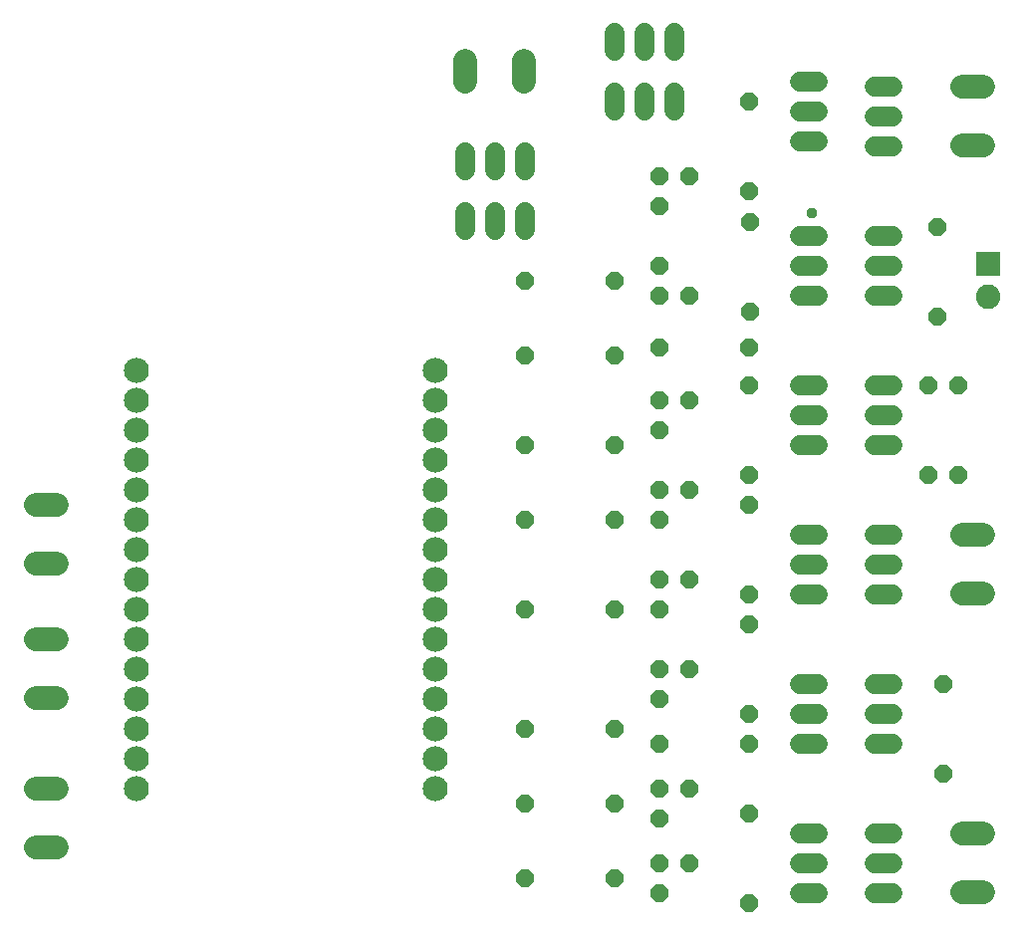
<source format=gbr>
G04 EAGLE Gerber RS-274X export*
G75*
%MOMM*%
%FSLAX34Y34*%
%LPD*%
%INSoldermask Bottom*%
%IPPOS*%
%AMOC8*
5,1,8,0,0,1.08239X$1,22.5*%
G01*
G04 Define Apertures*
%ADD10C,2.133600*%
%ADD11R,2.082800X2.082800*%
%ADD12C,2.082800*%
%ADD13C,1.727200*%
%ADD14P,1.64956X8X112.5*%
%ADD15P,1.64956X8X202.5*%
%ADD16P,1.64956X8X22.5*%
%ADD17P,1.64956X8X292.5*%
%ADD18C,1.993900*%
%ADD19C,0.959600*%
D10*
X368300Y114300D03*
X368300Y139700D03*
X368300Y165100D03*
X368300Y190500D03*
X368300Y215900D03*
X368300Y241300D03*
X368300Y266700D03*
X368300Y292100D03*
X368300Y317500D03*
X368300Y342900D03*
X368300Y368300D03*
X368300Y393700D03*
X368300Y419100D03*
X368300Y444500D03*
X368300Y469900D03*
X114300Y114300D03*
X114300Y139700D03*
X114300Y165100D03*
X114300Y190500D03*
X114300Y215900D03*
X114300Y241300D03*
X114300Y266700D03*
X114300Y292100D03*
X114300Y317500D03*
X114300Y342900D03*
X114300Y368300D03*
X114300Y393700D03*
X114300Y419100D03*
X114300Y444500D03*
X114300Y469900D03*
D11*
X838200Y560070D03*
D12*
X838200Y532130D03*
D13*
X693420Y25400D02*
X678180Y25400D01*
X678180Y50800D02*
X693420Y50800D01*
X693420Y76200D02*
X678180Y76200D01*
X678180Y664720D02*
X693420Y664720D01*
X693420Y690120D02*
X678180Y690120D01*
X678180Y715520D02*
X693420Y715520D01*
X741680Y533400D02*
X756920Y533400D01*
X756920Y558800D02*
X741680Y558800D01*
X741680Y584200D02*
X756920Y584200D01*
X693420Y533400D02*
X678180Y533400D01*
X678180Y558800D02*
X693420Y558800D01*
X693420Y584200D02*
X678180Y584200D01*
X741680Y25400D02*
X756920Y25400D01*
X756920Y50800D02*
X741680Y50800D01*
X741680Y76200D02*
X756920Y76200D01*
X693420Y152400D02*
X678180Y152400D01*
X678180Y177800D02*
X693420Y177800D01*
X693420Y203200D02*
X678180Y203200D01*
X741680Y152400D02*
X756920Y152400D01*
X756920Y177800D02*
X741680Y177800D01*
X741680Y203200D02*
X756920Y203200D01*
X693420Y279400D02*
X678180Y279400D01*
X678180Y304800D02*
X693420Y304800D01*
X693420Y330200D02*
X678180Y330200D01*
X741680Y279400D02*
X756920Y279400D01*
X756920Y304800D02*
X741680Y304800D01*
X741680Y330200D02*
X756920Y330200D01*
X693420Y406400D02*
X678180Y406400D01*
X678180Y431800D02*
X693420Y431800D01*
X693420Y457200D02*
X678180Y457200D01*
X741680Y406400D02*
X756920Y406400D01*
X756920Y431800D02*
X741680Y431800D01*
X741680Y457200D02*
X756920Y457200D01*
X756920Y660400D02*
X741680Y660400D01*
X741680Y685800D02*
X756920Y685800D01*
X756920Y711200D02*
X741680Y711200D01*
D14*
X800100Y127000D03*
X800100Y203200D03*
D15*
X520700Y406400D03*
X444500Y406400D03*
X520700Y342900D03*
X444500Y342900D03*
X520700Y266700D03*
X444500Y266700D03*
X520700Y165100D03*
X444500Y165100D03*
X520700Y101600D03*
X444500Y101600D03*
X520700Y38100D03*
X444500Y38100D03*
D14*
X787400Y381000D03*
X787400Y457200D03*
X812800Y381000D03*
X812800Y457200D03*
X635000Y16764D03*
X635000Y92964D03*
D16*
X558800Y152400D03*
X635000Y152400D03*
D14*
X635000Y177800D03*
X635000Y254000D03*
D17*
X635000Y355600D03*
X635000Y279400D03*
D14*
X635000Y381000D03*
X635000Y457200D03*
D16*
X558800Y488696D03*
X635000Y488696D03*
D15*
X584200Y50800D03*
X558800Y50800D03*
X558800Y25400D03*
X584200Y215900D03*
X558800Y215900D03*
X558800Y190500D03*
X584200Y114300D03*
X558800Y114300D03*
X558800Y88900D03*
X584200Y292100D03*
X558800Y292100D03*
X558800Y266700D03*
X584200Y368300D03*
X558800Y368300D03*
X558800Y342900D03*
X584200Y444500D03*
X558800Y444500D03*
X558800Y419100D03*
D18*
X47054Y63900D02*
X29147Y63900D01*
X29147Y113900D02*
X47054Y113900D01*
X47054Y190900D02*
X29147Y190900D01*
X29147Y240900D02*
X47054Y240900D01*
X47054Y355200D02*
X29147Y355200D01*
X29147Y305200D02*
X47054Y305200D01*
X816547Y75800D02*
X834454Y75800D01*
X834454Y25800D02*
X816547Y25800D01*
X816547Y329800D02*
X834454Y329800D01*
X834454Y279800D02*
X816547Y279800D01*
X816547Y710800D02*
X834454Y710800D01*
X834454Y660800D02*
X816547Y660800D01*
D13*
X571500Y690880D02*
X571500Y706120D01*
X546100Y706120D02*
X546100Y690880D01*
X520700Y690880D02*
X520700Y706120D01*
X571500Y741680D02*
X571500Y756920D01*
X546100Y756920D02*
X546100Y741680D01*
X520700Y741680D02*
X520700Y756920D01*
X444500Y655320D02*
X444500Y640080D01*
X419100Y640080D02*
X419100Y655320D01*
X393700Y655320D02*
X393700Y640080D01*
X444500Y604520D02*
X444500Y589280D01*
X419100Y589280D02*
X419100Y604520D01*
X393700Y604520D02*
X393700Y589280D01*
D14*
X795057Y515657D03*
X795057Y591857D03*
D17*
X635950Y595950D03*
X635950Y519750D03*
D14*
X635000Y622300D03*
X635000Y698500D03*
D15*
X584200Y533400D03*
X558800Y533400D03*
X558800Y558800D03*
X584200Y635000D03*
X558800Y635000D03*
X558800Y609600D03*
D18*
X394100Y714947D02*
X394100Y732854D01*
X444100Y732854D02*
X444100Y714947D01*
D15*
X520700Y482600D03*
X444500Y482600D03*
X520700Y546100D03*
X444500Y546100D03*
D19*
X688848Y603504D03*
M02*

</source>
